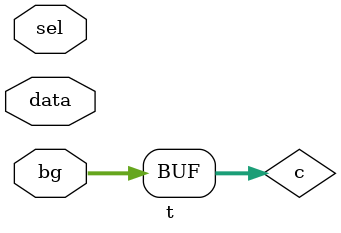
<source format=sv>
module t(input logic data, input logic [1:0] sel, input logic [3:0] bg);
	logic [3:0] a;
	logic [3:0] b;
	logic [3:0] c;
	logic [3:0] d;

	always_comb begin
		a = bg;
		b = bg + 1;
		c = bg;
		d = bg + 1;
		a[sel] = data;
		b[~sel] = ~data;
		{c[sel], d[~sel]} = {data, ~data};
		assert(a === c);
		assert(b === d);
	end
endmodule

</source>
